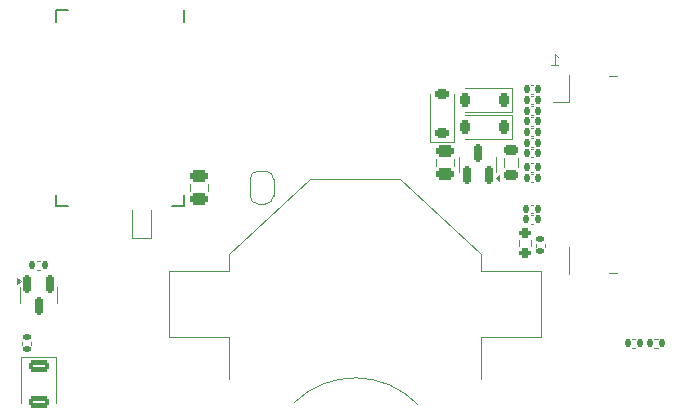
<source format=gbr>
%TF.GenerationSoftware,KiCad,Pcbnew,8.99.0-unknown-77b1d367df~178~ubuntu23.10.1*%
%TF.CreationDate,2024-11-07T11:46:47-05:00*%
%TF.ProjectId,nRF54L_ePaper,6e524635-344c-45f6-9550-617065722e6b,rev?*%
%TF.SameCoordinates,Original*%
%TF.FileFunction,Legend,Bot*%
%TF.FilePolarity,Positive*%
%FSLAX46Y46*%
G04 Gerber Fmt 4.6, Leading zero omitted, Abs format (unit mm)*
G04 Created by KiCad (PCBNEW 8.99.0-unknown-77b1d367df~178~ubuntu23.10.1) date 2024-11-07 11:46:47*
%MOMM*%
%LPD*%
G01*
G04 APERTURE LIST*
G04 Aperture macros list*
%AMRoundRect*
0 Rectangle with rounded corners*
0 $1 Rounding radius*
0 $2 $3 $4 $5 $6 $7 $8 $9 X,Y pos of 4 corners*
0 Add a 4 corners polygon primitive as box body*
4,1,4,$2,$3,$4,$5,$6,$7,$8,$9,$2,$3,0*
0 Add four circle primitives for the rounded corners*
1,1,$1+$1,$2,$3*
1,1,$1+$1,$4,$5*
1,1,$1+$1,$6,$7*
1,1,$1+$1,$8,$9*
0 Add four rect primitives between the rounded corners*
20,1,$1+$1,$2,$3,$4,$5,0*
20,1,$1+$1,$4,$5,$6,$7,0*
20,1,$1+$1,$6,$7,$8,$9,0*
20,1,$1+$1,$8,$9,$2,$3,0*%
%AMFreePoly0*
4,1,19,0.500000,-0.750000,0.000000,-0.750000,0.000000,-0.744911,-0.071157,-0.744911,-0.207708,-0.704816,-0.327430,-0.627875,-0.420627,-0.520320,-0.479746,-0.390866,-0.500000,-0.250000,-0.500000,0.250000,-0.479746,0.390866,-0.420627,0.520320,-0.327430,0.627875,-0.207708,0.704816,-0.071157,0.744911,0.000000,0.744911,0.000000,0.750000,0.500000,0.750000,0.500000,-0.750000,0.500000,-0.750000,
$1*%
%AMFreePoly1*
4,1,19,0.000000,0.744911,0.071157,0.744911,0.207708,0.704816,0.327430,0.627875,0.420627,0.520320,0.479746,0.390866,0.500000,0.250000,0.500000,-0.250000,0.479746,-0.390866,0.420627,-0.520320,0.327430,-0.627875,0.207708,-0.704816,0.071157,-0.744911,0.000000,-0.744911,0.000000,-0.750000,-0.500000,-0.750000,-0.500000,0.750000,0.000000,0.750000,0.000000,0.744911,0.000000,0.744911,
$1*%
G04 Aperture macros list end*
%ADD10C,0.100000*%
%ADD11C,0.120000*%
%ADD12C,0.150000*%
%ADD13R,1.700000X1.700000*%
%ADD14O,1.700000X1.700000*%
%ADD15C,0.990600*%
%ADD16RoundRect,0.135000X-0.135000X-0.185000X0.135000X-0.185000X0.135000X0.185000X-0.135000X0.185000X0*%
%ADD17RoundRect,0.135000X-0.185000X0.135000X-0.185000X-0.135000X0.185000X-0.135000X0.185000X0.135000X0*%
%ADD18RoundRect,0.140000X-0.140000X-0.170000X0.140000X-0.170000X0.140000X0.170000X-0.140000X0.170000X0*%
%ADD19RoundRect,0.225000X0.375000X-0.225000X0.375000X0.225000X-0.375000X0.225000X-0.375000X-0.225000X0*%
%ADD20R,1.300000X0.300000*%
%ADD21R,3.000000X2.000000*%
%ADD22FreePoly0,90.000000*%
%ADD23FreePoly1,90.000000*%
%ADD24RoundRect,0.225000X0.225000X0.375000X-0.225000X0.375000X-0.225000X-0.375000X0.225000X-0.375000X0*%
%ADD25RoundRect,0.200000X-0.275000X0.200000X-0.275000X-0.200000X0.275000X-0.200000X0.275000X0.200000X0*%
%ADD26RoundRect,0.135000X0.135000X0.185000X-0.135000X0.185000X-0.135000X-0.185000X0.135000X-0.185000X0*%
%ADD27R,5.000000X5.000000*%
%ADD28R,4.000000X4.000000*%
%ADD29O,2.400000X1.800000*%
%ADD30RoundRect,0.190000X-0.685000X0.285000X-0.685000X-0.285000X0.685000X-0.285000X0.685000X0.285000X0*%
%ADD31RoundRect,0.150000X-0.150000X0.587500X-0.150000X-0.587500X0.150000X-0.587500X0.150000X0.587500X0*%
%ADD32RoundRect,0.250000X0.475000X-0.250000X0.475000X0.250000X-0.475000X0.250000X-0.475000X-0.250000X0*%
%ADD33R,1.100000X0.600000*%
%ADD34RoundRect,0.150000X0.150000X-0.587500X0.150000X0.587500X-0.150000X0.587500X-0.150000X-0.587500X0*%
%ADD35C,0.400000*%
%ADD36R,0.400000X0.500000*%
%ADD37RoundRect,0.218750X-0.381250X0.218750X-0.381250X-0.218750X0.381250X-0.218750X0.381250X0.218750X0*%
G04 APERTURE END LIST*
D10*
X145602306Y-43762419D02*
X146173734Y-43762419D01*
X145888020Y-43762419D02*
X145888020Y-42762419D01*
X145888020Y-42762419D02*
X145983258Y-42905276D01*
X145983258Y-42905276D02*
X146078496Y-43000514D01*
X146078496Y-43000514D02*
X146173734Y-43048133D01*
D11*
%TO.C,R7*%
X102353641Y-60320000D02*
X102046359Y-60320000D01*
X102353641Y-61080000D02*
X102046359Y-61080000D01*
%TO.C,R9*%
X152743641Y-66920000D02*
X152436359Y-66920000D01*
X152743641Y-67680000D02*
X152436359Y-67680000D01*
%TO.C,R8*%
X100820000Y-67453641D02*
X100820000Y-67146359D01*
X101580000Y-67453641D02*
X101580000Y-67146359D01*
%TO.C,C23*%
X144082836Y-55565000D02*
X143867164Y-55565000D01*
X144082836Y-56285000D02*
X143867164Y-56285000D01*
%TO.C,D1*%
X135375000Y-46225000D02*
X135375000Y-50235000D01*
X135375000Y-50235000D02*
X137375000Y-50235000D01*
X137375000Y-46225000D02*
X137375000Y-50235000D01*
%TO.C,J2*%
X145800000Y-46900000D02*
X147100000Y-46900000D01*
X147100000Y-44600000D02*
X147100000Y-46900000D01*
X147100000Y-61400000D02*
X147100000Y-59100000D01*
X151180000Y-44630000D02*
X150500000Y-44630000D01*
X151180000Y-61370000D02*
X150500000Y-61370000D01*
%TO.C,C14*%
X144107836Y-46340000D02*
X143892164Y-46340000D01*
X144107836Y-47060000D02*
X143892164Y-47060000D01*
%TO.C,JP1*%
X120100000Y-54800000D02*
X120100000Y-53400000D01*
X120800000Y-52700000D02*
X121400000Y-52700000D01*
X121400000Y-55500000D02*
X120800000Y-55500000D01*
X122100000Y-53400000D02*
X122100000Y-54800000D01*
X120100000Y-53400000D02*
G75*
G02*
X120800000Y-52700000I700000J0D01*
G01*
X120800000Y-55500000D02*
G75*
G02*
X120100000Y-54800000I-1J699999D01*
G01*
X121400000Y-52700000D02*
G75*
G02*
X122100000Y-53400000I0J-700000D01*
G01*
X122100000Y-54800000D02*
G75*
G02*
X121400000Y-55500000I-699999J-1D01*
G01*
%TO.C,D3*%
X138300000Y-45700000D02*
X142310000Y-45700000D01*
X138300000Y-47700000D02*
X142310000Y-47700000D01*
X142310000Y-47700000D02*
X142310000Y-45700000D01*
%TO.C,C24*%
X144082836Y-56440000D02*
X143867164Y-56440000D01*
X144082836Y-57160000D02*
X143867164Y-57160000D01*
%TO.C,C20*%
X144107836Y-50840000D02*
X143892164Y-50840000D01*
X144107836Y-51560000D02*
X143892164Y-51560000D01*
%TO.C,R1*%
X144320000Y-59153641D02*
X144320000Y-58846359D01*
X145080000Y-59153641D02*
X145080000Y-58846359D01*
%TO.C,C15*%
X144107836Y-47240000D02*
X143892164Y-47240000D01*
X144107836Y-47960000D02*
X143892164Y-47960000D01*
%TO.C,R3*%
X142877500Y-59037258D02*
X142877500Y-58562742D01*
X143922500Y-59037258D02*
X143922500Y-58562742D01*
%TO.C,C22*%
X144107836Y-52040000D02*
X143892164Y-52040000D01*
X144107836Y-52760000D02*
X143892164Y-52760000D01*
%TO.C,C19*%
X144107836Y-49940000D02*
X143892164Y-49940000D01*
X144107836Y-50660000D02*
X143892164Y-50660000D01*
%TO.C,R10*%
X154336359Y-66920000D02*
X154643641Y-66920000D01*
X154336359Y-67680000D02*
X154643641Y-67680000D01*
%TO.C,BT1*%
X113250000Y-66800000D02*
X113250000Y-61200000D01*
X118320000Y-59750000D02*
X118320000Y-61200000D01*
X118320000Y-61200000D02*
X113250000Y-61200000D01*
X118320000Y-66800000D02*
X113250000Y-66800000D01*
X118320000Y-70280000D02*
X118320000Y-66800000D01*
X125200000Y-53370000D02*
X118320000Y-59750000D01*
X125200000Y-53370000D02*
X132800000Y-53370000D01*
X132800000Y-53370000D02*
X139680000Y-59750000D01*
X139680000Y-59750000D02*
X139680000Y-61200000D01*
X139680000Y-66800000D02*
X144750000Y-66800000D01*
X139680000Y-70350000D02*
X139680000Y-66800000D01*
X144750000Y-61200000D02*
X139680000Y-61200000D01*
X144750000Y-66800000D02*
X144750000Y-61200000D01*
X123830001Y-72330001D02*
G75*
G02*
X134306422Y-72467392I5169999J-5270000D01*
G01*
%TO.C,D4*%
X100740000Y-68465000D02*
X100740000Y-72350000D01*
X103660000Y-68465000D02*
X100740000Y-68465000D01*
X103660000Y-72350000D02*
X103660000Y-68465000D01*
%TO.C,Q2*%
X100640000Y-62550000D02*
X100640000Y-63200000D01*
X100640000Y-63850000D02*
X100640000Y-63200000D01*
X103760000Y-62550000D02*
X103760000Y-63200000D01*
X103760000Y-63850000D02*
X103760000Y-63200000D01*
X100690000Y-62037500D02*
X100360000Y-62277500D01*
X100360000Y-61797500D01*
X100690000Y-62037500D01*
G36*
X100690000Y-62037500D02*
G01*
X100360000Y-62277500D01*
X100360000Y-61797500D01*
X100690000Y-62037500D01*
G37*
%TO.C,C18*%
X144107836Y-49040000D02*
X143892164Y-49040000D01*
X144107836Y-49760000D02*
X143892164Y-49760000D01*
%TO.C,D2*%
X138305000Y-48000000D02*
X142315000Y-48000000D01*
X138305000Y-50000000D02*
X142315000Y-50000000D01*
X142315000Y-50000000D02*
X142315000Y-48000000D01*
%TO.C,C17*%
X144107836Y-48140000D02*
X143892164Y-48140000D01*
X144107836Y-48860000D02*
X143892164Y-48860000D01*
%TO.C,C1*%
X115065000Y-53838748D02*
X115065000Y-54361252D01*
X116535000Y-53838748D02*
X116535000Y-54361252D01*
%TO.C,C21*%
X144107836Y-52940000D02*
X143892164Y-52940000D01*
X144107836Y-53660000D02*
X143892164Y-53660000D01*
%TO.C,Y2*%
X110100000Y-55975000D02*
X110100000Y-58375000D01*
X110100000Y-58375000D02*
X111700000Y-58375000D01*
X111700000Y-58375000D02*
X111700000Y-55975000D01*
%TO.C,C13*%
X144107836Y-45440000D02*
X143892164Y-45440000D01*
X144107836Y-46160000D02*
X143892164Y-46160000D01*
%TO.C,C2*%
X135895000Y-51728748D02*
X135895000Y-52251252D01*
X137365000Y-51728748D02*
X137365000Y-52251252D01*
%TO.C,Q1*%
X137827500Y-51500000D02*
X137827500Y-52150000D01*
X137827500Y-52800000D02*
X137827500Y-52150000D01*
X140947500Y-51500000D02*
X140947500Y-52150000D01*
X140947500Y-52800000D02*
X140947500Y-52150000D01*
X141227500Y-53552500D02*
X140897500Y-53312500D01*
X141227500Y-53072500D01*
X141227500Y-53552500D01*
G36*
X141227500Y-53552500D02*
G01*
X140897500Y-53312500D01*
X141227500Y-53072500D01*
X141227500Y-53552500D01*
G37*
D12*
%TO.C,U1*%
X103700000Y-39100000D02*
X104700000Y-39100000D01*
X103700000Y-40100000D02*
X103700000Y-39100000D01*
X103700000Y-55700000D02*
X103700000Y-54700000D01*
X104700000Y-55700000D02*
X103700000Y-55700000D01*
X113500000Y-55700000D02*
X114500000Y-55700000D01*
X114500000Y-39100000D02*
X114500000Y-40100000D01*
X114500000Y-55700000D02*
X114500000Y-54700000D01*
D11*
%TO.C,L4*%
X141640000Y-52399622D02*
X141640000Y-51600378D01*
X142760000Y-52399622D02*
X142760000Y-51600378D01*
%TD*%
%LPC*%
D13*
%TO.C,JP2*%
X118300000Y-56775000D03*
D14*
X118300000Y-54235000D03*
%TD*%
D13*
%TO.C,J1*%
X101600000Y-50500000D03*
D14*
X101600000Y-53040000D03*
X101600000Y-55580000D03*
X101600000Y-58120000D03*
%TD*%
D15*
%TO.C,J4*%
X109940000Y-70800000D03*
X104860000Y-71816000D03*
X104860000Y-69784000D03*
%TD*%
D16*
%TO.C,R7*%
X101690000Y-60700000D03*
X102710000Y-60700000D03*
%TD*%
%TO.C,R9*%
X152080000Y-67300000D03*
X153100000Y-67300000D03*
%TD*%
D17*
%TO.C,R8*%
X101200000Y-66790000D03*
X101200000Y-67810000D03*
%TD*%
D18*
%TO.C,C23*%
X143495000Y-55925000D03*
X144455000Y-55925000D03*
%TD*%
D19*
%TO.C,D1*%
X136375000Y-49525000D03*
X136375000Y-46225000D03*
%TD*%
D20*
%TO.C,J2*%
X146450000Y-47250000D03*
X146450000Y-47750000D03*
X146450000Y-48250000D03*
X146450000Y-48750000D03*
X146450000Y-49250000D03*
X146450000Y-49750000D03*
X146450000Y-50250000D03*
X146450000Y-50750000D03*
X146450000Y-51250000D03*
X146450000Y-51750000D03*
X146450000Y-52250000D03*
X146450000Y-52750000D03*
X146450000Y-53250000D03*
X146450000Y-53750000D03*
X146450000Y-54250000D03*
X146450000Y-54750000D03*
X146450000Y-55250000D03*
X146450000Y-55750000D03*
X146450000Y-56250000D03*
X146450000Y-56750000D03*
X146450000Y-57250000D03*
X146450000Y-57750000D03*
X146450000Y-58250000D03*
X146450000Y-58750000D03*
D21*
X148800000Y-45600000D03*
X148800000Y-60400000D03*
%TD*%
D18*
%TO.C,C14*%
X143520000Y-46700000D03*
X144480000Y-46700000D03*
%TD*%
D22*
%TO.C,JP1*%
X121100000Y-54750000D03*
D23*
X121100000Y-53450000D03*
%TD*%
D24*
%TO.C,D3*%
X141600000Y-46700000D03*
X138300000Y-46700000D03*
%TD*%
D18*
%TO.C,C24*%
X143495000Y-56800000D03*
X144455000Y-56800000D03*
%TD*%
%TO.C,C20*%
X143520000Y-51200000D03*
X144480000Y-51200000D03*
%TD*%
D17*
%TO.C,R1*%
X144700000Y-58490000D03*
X144700000Y-59510000D03*
%TD*%
D18*
%TO.C,C15*%
X143520000Y-47600000D03*
X144480000Y-47600000D03*
%TD*%
D25*
%TO.C,R3*%
X143400000Y-57975000D03*
X143400000Y-59625000D03*
%TD*%
D18*
%TO.C,C22*%
X143520000Y-52400000D03*
X144480000Y-52400000D03*
%TD*%
%TO.C,C19*%
X143520000Y-50300000D03*
X144480000Y-50300000D03*
%TD*%
D26*
%TO.C,R10*%
X155000000Y-67300000D03*
X153980000Y-67300000D03*
%TD*%
D27*
%TO.C,BT1*%
X116050000Y-64000000D03*
X141950000Y-64000000D03*
D28*
X129000000Y-64000000D03*
%TD*%
D29*
%TO.C,D4*%
X102200000Y-70750000D03*
D30*
X102200000Y-69200000D03*
X102200000Y-72300000D03*
%TD*%
D31*
%TO.C,Q2*%
X101250000Y-62262500D03*
X103150000Y-62262500D03*
X102200000Y-64137500D03*
%TD*%
D18*
%TO.C,C18*%
X143520000Y-49400000D03*
X144480000Y-49400000D03*
%TD*%
D24*
%TO.C,D2*%
X141605000Y-49000000D03*
X138305000Y-49000000D03*
%TD*%
D18*
%TO.C,C17*%
X143520000Y-48500000D03*
X144480000Y-48500000D03*
%TD*%
D32*
%TO.C,C1*%
X115800000Y-55050000D03*
X115800000Y-53150000D03*
%TD*%
D18*
%TO.C,C21*%
X143520000Y-53300000D03*
X144480000Y-53300000D03*
%TD*%
D33*
%TO.C,Y2*%
X110900000Y-57875000D03*
X110900000Y-56475000D03*
%TD*%
D18*
%TO.C,C13*%
X143520000Y-45800000D03*
X144480000Y-45800000D03*
%TD*%
D32*
%TO.C,C2*%
X136630000Y-52940000D03*
X136630000Y-51040000D03*
%TD*%
D34*
%TO.C,Q1*%
X140337500Y-53087500D03*
X138437500Y-53087500D03*
X139387500Y-51212500D03*
%TD*%
D35*
%TO.C,U1*%
X113150000Y-47600000D03*
X113150000Y-49400000D03*
D36*
X113150000Y-55050000D03*
D35*
X113150000Y-54800000D03*
X112250000Y-47600000D03*
X112250000Y-48500000D03*
X112250000Y-49400000D03*
X112250000Y-50300000D03*
X112250000Y-51200000D03*
X112250000Y-52100000D03*
X112250000Y-53000000D03*
X112250000Y-53900000D03*
D36*
X112250000Y-55050000D03*
D35*
X112250000Y-54800000D03*
X111350000Y-53900000D03*
D36*
X111350000Y-55050000D03*
D35*
X111350000Y-54800000D03*
X110450000Y-47600000D03*
X110450000Y-53900000D03*
D36*
X110450000Y-55050000D03*
D35*
X110450000Y-54800000D03*
X109550000Y-47600000D03*
X109550000Y-53900000D03*
D36*
X109550000Y-55050000D03*
D35*
X109550000Y-54800000D03*
X108650000Y-47600000D03*
X108650000Y-53900000D03*
D36*
X108650000Y-55050000D03*
D35*
X108650000Y-54800000D03*
X107750000Y-48500000D03*
X107750000Y-53900000D03*
D36*
X107750000Y-55050000D03*
D35*
X107750000Y-54800000D03*
X106850000Y-48500000D03*
X106850000Y-53900000D03*
D36*
X106850000Y-55050000D03*
D35*
X106850000Y-54800000D03*
X105950000Y-48500000D03*
X105950000Y-49400000D03*
X105950000Y-50300000D03*
X105950000Y-51200000D03*
X105950000Y-52100000D03*
X105950000Y-53000000D03*
X105950000Y-53900000D03*
D36*
X105950000Y-55050000D03*
D35*
X105950000Y-54800000D03*
X105050000Y-48500000D03*
X105050000Y-49400000D03*
X105050000Y-50300000D03*
X105050000Y-51200000D03*
X105050000Y-52100000D03*
X105050000Y-53000000D03*
X105050000Y-53900000D03*
D36*
X105050000Y-55050000D03*
D35*
X105050000Y-54800000D03*
%TD*%
D37*
%TO.C,L4*%
X142200000Y-50937500D03*
X142200000Y-53062500D03*
%TD*%
%LPD*%
M02*

</source>
